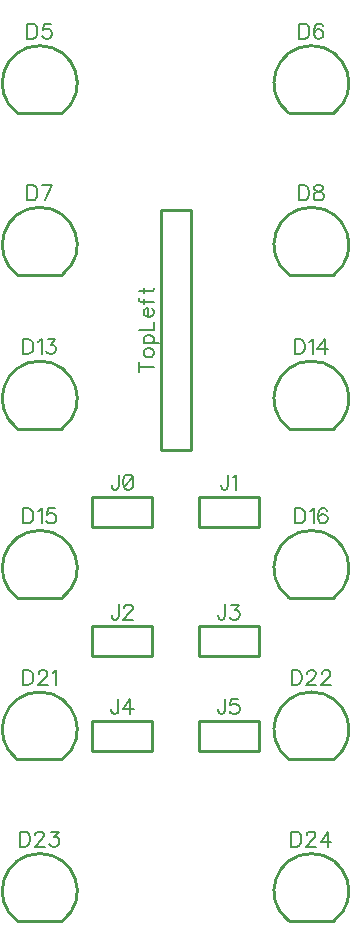
<source format=gbr>
G04 DipTrace 2.4.0.2*
%INTopSilk.gbr*%
%MOIN*%
%ADD10C,0.0098*%
%ADD34C,0.0077*%
%FSLAX44Y44*%
G04*
G70*
G90*
G75*
G01*
%LNTopSilk*%
%LPD*%
X10661Y21088D2*
D10*
Y29088D1*
X11661Y21088D2*
X10661D1*
X11661D2*
Y29088D1*
X10661D1*
X7383Y32313D2*
X5884D1*
X7386Y32315D2*
G03X5881Y32315I-752J998D01*
G01*
X16438Y32313D2*
X14939D1*
X16441Y32315D2*
G03X14936Y32315I-752J998D01*
G01*
X7383Y26927D2*
X5884D1*
X7386Y26929D2*
G03X5881Y26929I-752J998D01*
G01*
X16438Y26927D2*
X14939D1*
X16441Y26929D2*
G03X14936Y26929I-752J998D01*
G01*
X7383Y21801D2*
X5884D1*
X7386Y21803D2*
G03X5881Y21803I-752J998D01*
G01*
X16438Y21801D2*
X14939D1*
X16441Y21803D2*
G03X14936Y21803I-752J998D01*
G01*
X7383Y16155D2*
X5884D1*
X7386Y16158D2*
G03X5881Y16158I-752J998D01*
G01*
X16438Y16155D2*
X14939D1*
X16441Y16158D2*
G03X14936Y16158I-752J998D01*
G01*
X7383Y10770D2*
X5884D1*
X7386Y10772D2*
G03X5881Y10772I-752J998D01*
G01*
X16438Y10770D2*
X14939D1*
X16441Y10772D2*
G03X14936Y10772I-752J998D01*
G01*
X7383Y5384D2*
X5884D1*
X7386Y5386D2*
G03X5881Y5386I-752J998D01*
G01*
X16438Y5384D2*
X14939D1*
X16441Y5386D2*
G03X14936Y5386I-752J998D01*
G01*
X10389Y18533D2*
Y19533D1*
X8389Y18533D2*
X10389D1*
X8389D2*
Y19533D1*
X10389D1*
X13933Y18533D2*
Y19533D1*
X11933Y18533D2*
X13933D1*
X11933D2*
Y19533D1*
X13933D1*
X10389Y14203D2*
Y15203D1*
X8389Y14203D2*
X10389D1*
X8389D2*
Y15203D1*
X10389D1*
X13933Y14203D2*
Y15203D1*
X11933Y14203D2*
X13933D1*
X11933D2*
Y15203D1*
X13933D1*
X10389Y11053D2*
Y12053D1*
X8389Y11053D2*
X10389D1*
X8389D2*
Y12053D1*
X10389D1*
X13933Y11053D2*
Y12053D1*
X11933Y11053D2*
X13933D1*
X11933D2*
Y12053D1*
X13933D1*
X9929Y23848D2*
D34*
X10431D1*
X9929Y23680D2*
Y24015D1*
X10096Y24289D2*
X10120Y24242D1*
X10168Y24193D1*
X10240Y24170D1*
X10288D1*
X10359Y24193D1*
X10407Y24242D1*
X10431Y24289D1*
Y24361D1*
X10407Y24409D1*
X10359Y24457D1*
X10288Y24481D1*
X10240D1*
X10168Y24457D1*
X10120Y24409D1*
X10096Y24361D1*
Y24289D1*
Y24635D2*
X10599D1*
X10168D2*
X10121Y24683D1*
X10096Y24731D1*
Y24803D1*
X10121Y24851D1*
X10168Y24898D1*
X10240Y24923D1*
X10288D1*
X10359Y24898D1*
X10407Y24851D1*
X10431Y24803D1*
Y24731D1*
X10407Y24683D1*
X10359Y24635D1*
X9929Y25077D2*
X10431D1*
Y25364D1*
X10240Y25518D2*
Y25805D1*
X10192D1*
X10144Y25781D1*
X10120Y25758D1*
X10096Y25710D1*
Y25638D1*
X10120Y25590D1*
X10168Y25542D1*
X10240Y25518D1*
X10288D1*
X10359Y25542D1*
X10407Y25590D1*
X10431Y25638D1*
Y25710D1*
X10407Y25758D1*
X10359Y25805D1*
X9929Y26151D2*
Y26103D1*
X9953Y26055D1*
X10024Y26031D1*
X10431D1*
X10096Y25960D2*
Y26127D1*
X9929Y26377D2*
X10336D1*
X10407Y26401D1*
X10431Y26449D1*
Y26496D1*
X10096Y26305D2*
Y26473D1*
X6221Y35295D2*
Y34793D1*
X6389D1*
X6461Y34817D1*
X6509Y34865D1*
X6533Y34913D1*
X6556Y34984D1*
Y35104D1*
X6533Y35176D1*
X6509Y35223D1*
X6461Y35271D1*
X6389Y35295D1*
X6221D1*
X6998D2*
X6759D1*
X6735Y35080D1*
X6759Y35103D1*
X6831Y35128D1*
X6902D1*
X6974Y35103D1*
X7022Y35056D1*
X7046Y34984D1*
Y34936D1*
X7022Y34865D1*
X6974Y34816D1*
X6902Y34793D1*
X6831D1*
X6759Y34816D1*
X6735Y34841D1*
X6711Y34888D1*
X15289Y35295D2*
Y34793D1*
X15456D1*
X15528Y34817D1*
X15576Y34865D1*
X15600Y34913D1*
X15624Y34984D1*
Y35104D1*
X15600Y35176D1*
X15576Y35223D1*
X15528Y35271D1*
X15456Y35295D1*
X15289D1*
X16065Y35223D2*
X16041Y35271D1*
X15969Y35295D1*
X15922D1*
X15850Y35271D1*
X15802Y35199D1*
X15778Y35080D1*
Y34960D1*
X15802Y34865D1*
X15850Y34816D1*
X15922Y34793D1*
X15945D1*
X16017Y34816D1*
X16065Y34865D1*
X16089Y34936D1*
Y34960D1*
X16065Y35032D1*
X16017Y35080D1*
X15945Y35103D1*
X15922D1*
X15850Y35080D1*
X15802Y35032D1*
X15778Y34960D1*
X6221Y29909D2*
Y29407D1*
X6389D1*
X6461Y29431D1*
X6509Y29479D1*
X6533Y29527D1*
X6556Y29598D1*
Y29718D1*
X6533Y29790D1*
X6509Y29837D1*
X6461Y29885D1*
X6389Y29909D1*
X6221D1*
X6806Y29407D2*
X7046Y29909D1*
X6711D1*
X15277D2*
Y29407D1*
X15444D1*
X15516Y29431D1*
X15564Y29479D1*
X15588Y29527D1*
X15612Y29598D1*
Y29718D1*
X15588Y29790D1*
X15564Y29837D1*
X15516Y29885D1*
X15444Y29909D1*
X15277D1*
X15885D2*
X15814Y29885D1*
X15790Y29837D1*
Y29789D1*
X15814Y29742D1*
X15862Y29717D1*
X15957Y29694D1*
X16029Y29670D1*
X16077Y29622D1*
X16100Y29574D1*
Y29502D1*
X16077Y29455D1*
X16053Y29431D1*
X15981Y29407D1*
X15885D1*
X15814Y29431D1*
X15790Y29455D1*
X15766Y29502D1*
Y29574D1*
X15790Y29622D1*
X15838Y29670D1*
X15909Y29694D1*
X16005Y29717D1*
X16053Y29742D1*
X16077Y29789D1*
Y29837D1*
X16053Y29885D1*
X15981Y29909D1*
X15885D1*
X6084Y24783D2*
Y24281D1*
X6252D1*
X6324Y24305D1*
X6372Y24353D1*
X6395Y24401D1*
X6419Y24472D1*
Y24592D1*
X6395Y24664D1*
X6372Y24711D1*
X6324Y24760D1*
X6252Y24783D1*
X6084D1*
X6574Y24687D2*
X6622Y24711D1*
X6693Y24783D1*
Y24281D1*
X6896Y24783D2*
X7158D1*
X7015Y24591D1*
X7087D1*
X7135Y24568D1*
X7158Y24544D1*
X7183Y24472D1*
Y24425D1*
X7158Y24353D1*
X7111Y24305D1*
X7039Y24281D1*
X6967D1*
X6896Y24305D1*
X6872Y24329D1*
X6848Y24376D1*
X15127Y24783D2*
Y24281D1*
X15295D1*
X15367Y24305D1*
X15415Y24353D1*
X15439Y24401D1*
X15462Y24472D1*
Y24592D1*
X15439Y24664D1*
X15415Y24711D1*
X15367Y24760D1*
X15295Y24783D1*
X15127D1*
X15617Y24687D2*
X15665Y24711D1*
X15737Y24783D1*
Y24281D1*
X16130D2*
Y24783D1*
X15891Y24448D1*
X16250D1*
X6084Y19138D2*
Y18635D1*
X6252D1*
X6324Y18660D1*
X6372Y18707D1*
X6395Y18755D1*
X6419Y18826D1*
Y18946D1*
X6395Y19018D1*
X6372Y19066D1*
X6324Y19114D1*
X6252Y19138D1*
X6084D1*
X6574Y19041D2*
X6622Y19066D1*
X6693Y19137D1*
Y18635D1*
X7135Y19137D2*
X6896D1*
X6872Y18922D1*
X6896Y18946D1*
X6968Y18970D1*
X7039D1*
X7111Y18946D1*
X7159Y18898D1*
X7183Y18826D1*
Y18779D1*
X7159Y18707D1*
X7111Y18659D1*
X7039Y18635D1*
X6968D1*
X6896Y18659D1*
X6872Y18683D1*
X6848Y18731D1*
X15152Y19138D2*
Y18635D1*
X15319D1*
X15391Y18660D1*
X15439Y18707D1*
X15463Y18755D1*
X15486Y18826D1*
Y18946D1*
X15463Y19018D1*
X15439Y19066D1*
X15391Y19114D1*
X15319Y19138D1*
X15152D1*
X15641Y19041D2*
X15689Y19066D1*
X15761Y19137D1*
Y18635D1*
X16202Y19066D2*
X16178Y19113D1*
X16106Y19137D1*
X16059D1*
X15987Y19113D1*
X15939Y19041D1*
X15915Y18922D1*
Y18803D1*
X15939Y18707D1*
X15987Y18659D1*
X16059Y18635D1*
X16083D1*
X16154Y18659D1*
X16202Y18707D1*
X16226Y18779D1*
Y18803D1*
X16202Y18875D1*
X16154Y18922D1*
X16083Y18946D1*
X16059D1*
X15987Y18922D1*
X15939Y18875D1*
X15915Y18803D1*
X6084Y13752D2*
Y13249D1*
X6252D1*
X6324Y13274D1*
X6372Y13321D1*
X6395Y13369D1*
X6419Y13441D1*
Y13561D1*
X6395Y13632D1*
X6372Y13680D1*
X6324Y13728D1*
X6252Y13752D1*
X6084D1*
X6598Y13632D2*
Y13656D1*
X6622Y13704D1*
X6645Y13727D1*
X6693Y13751D1*
X6789D1*
X6837Y13727D1*
X6860Y13704D1*
X6885Y13656D1*
Y13608D1*
X6860Y13560D1*
X6813Y13489D1*
X6574Y13249D1*
X6908D1*
X7063Y13656D2*
X7111Y13680D1*
X7183Y13751D1*
Y13249D1*
X15032Y13752D2*
Y13249D1*
X15199D1*
X15271Y13274D1*
X15319Y13321D1*
X15343Y13369D1*
X15367Y13441D1*
Y13561D1*
X15343Y13632D1*
X15319Y13680D1*
X15271Y13728D1*
X15199Y13752D1*
X15032D1*
X15545Y13632D2*
Y13656D1*
X15569Y13704D1*
X15593Y13727D1*
X15641Y13751D1*
X15737D1*
X15784Y13727D1*
X15808Y13704D1*
X15832Y13656D1*
Y13608D1*
X15808Y13560D1*
X15760Y13489D1*
X15521Y13249D1*
X15856D1*
X16035Y13632D2*
Y13656D1*
X16059Y13704D1*
X16082Y13727D1*
X16130Y13751D1*
X16226D1*
X16274Y13727D1*
X16297Y13704D1*
X16322Y13656D1*
Y13608D1*
X16297Y13560D1*
X16250Y13489D1*
X16010Y13249D1*
X16345D1*
X5977Y8366D2*
Y7864D1*
X6144D1*
X6216Y7888D1*
X6264Y7935D1*
X6288Y7983D1*
X6312Y8055D1*
Y8175D1*
X6288Y8247D1*
X6264Y8294D1*
X6216Y8342D1*
X6144Y8366D1*
X5977D1*
X6490Y8246D2*
Y8270D1*
X6514Y8318D1*
X6538Y8342D1*
X6586Y8365D1*
X6682D1*
X6729Y8342D1*
X6753Y8318D1*
X6777Y8270D1*
Y8222D1*
X6753Y8174D1*
X6705Y8103D1*
X6466Y7864D1*
X6801D1*
X7003Y8365D2*
X7266D1*
X7123Y8174D1*
X7195D1*
X7242Y8150D1*
X7266Y8127D1*
X7290Y8055D1*
Y8007D1*
X7266Y7935D1*
X7218Y7887D1*
X7147Y7864D1*
X7075D1*
X7003Y7887D1*
X6980Y7912D1*
X6955Y7959D1*
X15020Y8366D2*
Y7864D1*
X15187D1*
X15259Y7888D1*
X15307Y7935D1*
X15331Y7983D1*
X15355Y8055D1*
Y8175D1*
X15331Y8247D1*
X15307Y8294D1*
X15259Y8342D1*
X15187Y8366D1*
X15020D1*
X15534Y8246D2*
Y8270D1*
X15557Y8318D1*
X15581Y8342D1*
X15629Y8365D1*
X15725D1*
X15772Y8342D1*
X15796Y8318D1*
X15820Y8270D1*
Y8222D1*
X15796Y8174D1*
X15749Y8103D1*
X15509Y7864D1*
X15844D1*
X16238D2*
Y8365D1*
X15999Y8031D1*
X16357D1*
X9264Y20265D2*
Y19883D1*
X9241Y19811D1*
X9216Y19787D1*
X9169Y19763D1*
X9121D1*
X9073Y19787D1*
X9049Y19811D1*
X9025Y19883D1*
Y19931D1*
X9563Y20265D2*
X9491Y20241D1*
X9443Y20169D1*
X9419Y20050D1*
Y19978D1*
X9443Y19859D1*
X9491Y19787D1*
X9563Y19763D1*
X9610D1*
X9682Y19787D1*
X9729Y19859D1*
X9754Y19978D1*
Y20050D1*
X9729Y20169D1*
X9682Y20241D1*
X9610Y20265D1*
X9563D1*
X9729Y20169D2*
X9443Y19859D1*
X12915Y20265D2*
Y19883D1*
X12891Y19811D1*
X12867Y19787D1*
X12820Y19763D1*
X12772D1*
X12724Y19787D1*
X12700Y19811D1*
X12676Y19883D1*
Y19931D1*
X13070Y20169D2*
X13118Y20194D1*
X13190Y20265D1*
Y19763D1*
X9264Y15935D2*
Y15552D1*
X9241Y15480D1*
X9216Y15457D1*
X9169Y15432D1*
X9121D1*
X9073Y15457D1*
X9049Y15480D1*
X9025Y15552D1*
Y15600D1*
X9443Y15815D2*
Y15839D1*
X9467Y15887D1*
X9491Y15910D1*
X9539Y15934D1*
X9634D1*
X9682Y15910D1*
X9706Y15887D1*
X9730Y15839D1*
Y15791D1*
X9706Y15743D1*
X9658Y15672D1*
X9419Y15432D1*
X9754D1*
X12808Y15935D2*
Y15552D1*
X12784Y15480D1*
X12760Y15457D1*
X12712Y15432D1*
X12664D1*
X12616Y15457D1*
X12593Y15480D1*
X12568Y15552D1*
Y15600D1*
X13010Y15934D2*
X13273D1*
X13130Y15743D1*
X13201D1*
X13249Y15719D1*
X13273Y15695D1*
X13297Y15624D1*
Y15576D1*
X13273Y15504D1*
X13225Y15456D1*
X13153Y15432D1*
X13082D1*
X13010Y15456D1*
X12986Y15480D1*
X12962Y15528D1*
X9253Y12785D2*
Y12403D1*
X9229Y12331D1*
X9204Y12307D1*
X9157Y12283D1*
X9109D1*
X9061Y12307D1*
X9038Y12331D1*
X9013Y12403D1*
Y12450D1*
X9646Y12283D2*
Y12785D1*
X9407Y12450D1*
X9766D1*
X12808Y12785D2*
Y12403D1*
X12784Y12331D1*
X12760Y12307D1*
X12712Y12283D1*
X12664D1*
X12616Y12307D1*
X12593Y12331D1*
X12568Y12403D1*
Y12450D1*
X13249Y12785D2*
X13010D1*
X12986Y12570D1*
X13010Y12593D1*
X13082Y12618D1*
X13153D1*
X13225Y12593D1*
X13273Y12546D1*
X13297Y12474D1*
Y12426D1*
X13273Y12355D1*
X13225Y12307D1*
X13153Y12283D1*
X13082D1*
X13010Y12307D1*
X12986Y12331D1*
X12962Y12378D1*
M02*

</source>
